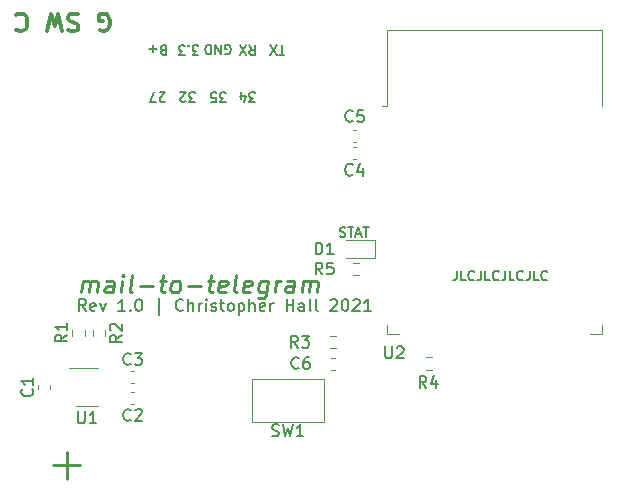
<source format=gbr>
%TF.GenerationSoftware,KiCad,Pcbnew,5.1.10*%
%TF.CreationDate,2021-06-08T01:23:06+10:00*%
%TF.ProjectId,mail-to-telegram,6d61696c-2d74-46f2-9d74-656c65677261,v1.0*%
%TF.SameCoordinates,Original*%
%TF.FileFunction,Legend,Top*%
%TF.FilePolarity,Positive*%
%FSLAX46Y46*%
G04 Gerber Fmt 4.6, Leading zero omitted, Abs format (unit mm)*
G04 Created by KiCad (PCBNEW 5.1.10) date 2021-06-08 01:23:06*
%MOMM*%
%LPD*%
G01*
G04 APERTURE LIST*
%ADD10C,0.150000*%
%ADD11C,0.250000*%
%ADD12C,0.300000*%
%ADD13C,0.120000*%
G04 APERTURE END LIST*
D10*
X159304761Y-96061904D02*
X159304761Y-96633333D01*
X159266666Y-96747619D01*
X159190476Y-96823809D01*
X159076190Y-96861904D01*
X159000000Y-96861904D01*
X160066666Y-96861904D02*
X159685714Y-96861904D01*
X159685714Y-96061904D01*
X160790476Y-96785714D02*
X160752380Y-96823809D01*
X160638095Y-96861904D01*
X160561904Y-96861904D01*
X160447619Y-96823809D01*
X160371428Y-96747619D01*
X160333333Y-96671428D01*
X160295238Y-96519047D01*
X160295238Y-96404761D01*
X160333333Y-96252380D01*
X160371428Y-96176190D01*
X160447619Y-96100000D01*
X160561904Y-96061904D01*
X160638095Y-96061904D01*
X160752380Y-96100000D01*
X160790476Y-96138095D01*
X161361904Y-96061904D02*
X161361904Y-96633333D01*
X161323809Y-96747619D01*
X161247619Y-96823809D01*
X161133333Y-96861904D01*
X161057142Y-96861904D01*
X162123809Y-96861904D02*
X161742857Y-96861904D01*
X161742857Y-96061904D01*
X162847619Y-96785714D02*
X162809523Y-96823809D01*
X162695238Y-96861904D01*
X162619047Y-96861904D01*
X162504761Y-96823809D01*
X162428571Y-96747619D01*
X162390476Y-96671428D01*
X162352380Y-96519047D01*
X162352380Y-96404761D01*
X162390476Y-96252380D01*
X162428571Y-96176190D01*
X162504761Y-96100000D01*
X162619047Y-96061904D01*
X162695238Y-96061904D01*
X162809523Y-96100000D01*
X162847619Y-96138095D01*
X163419047Y-96061904D02*
X163419047Y-96633333D01*
X163380952Y-96747619D01*
X163304761Y-96823809D01*
X163190476Y-96861904D01*
X163114285Y-96861904D01*
X164180952Y-96861904D02*
X163800000Y-96861904D01*
X163800000Y-96061904D01*
X164904761Y-96785714D02*
X164866666Y-96823809D01*
X164752380Y-96861904D01*
X164676190Y-96861904D01*
X164561904Y-96823809D01*
X164485714Y-96747619D01*
X164447619Y-96671428D01*
X164409523Y-96519047D01*
X164409523Y-96404761D01*
X164447619Y-96252380D01*
X164485714Y-96176190D01*
X164561904Y-96100000D01*
X164676190Y-96061904D01*
X164752380Y-96061904D01*
X164866666Y-96100000D01*
X164904761Y-96138095D01*
X165476190Y-96061904D02*
X165476190Y-96633333D01*
X165438095Y-96747619D01*
X165361904Y-96823809D01*
X165247619Y-96861904D01*
X165171428Y-96861904D01*
X166238095Y-96861904D02*
X165857142Y-96861904D01*
X165857142Y-96061904D01*
X166961904Y-96785714D02*
X166923809Y-96823809D01*
X166809523Y-96861904D01*
X166733333Y-96861904D01*
X166619047Y-96823809D01*
X166542857Y-96747619D01*
X166504761Y-96671428D01*
X166466666Y-96519047D01*
X166466666Y-96404761D01*
X166504761Y-96252380D01*
X166542857Y-96176190D01*
X166619047Y-96100000D01*
X166733333Y-96061904D01*
X166809523Y-96061904D01*
X166923809Y-96100000D01*
X166961904Y-96138095D01*
X127907023Y-99452380D02*
X127573690Y-98976190D01*
X127335595Y-99452380D02*
X127335595Y-98452380D01*
X127716547Y-98452380D01*
X127811785Y-98500000D01*
X127859404Y-98547619D01*
X127907023Y-98642857D01*
X127907023Y-98785714D01*
X127859404Y-98880952D01*
X127811785Y-98928571D01*
X127716547Y-98976190D01*
X127335595Y-98976190D01*
X128716547Y-99404761D02*
X128621309Y-99452380D01*
X128430833Y-99452380D01*
X128335595Y-99404761D01*
X128287976Y-99309523D01*
X128287976Y-98928571D01*
X128335595Y-98833333D01*
X128430833Y-98785714D01*
X128621309Y-98785714D01*
X128716547Y-98833333D01*
X128764166Y-98928571D01*
X128764166Y-99023809D01*
X128287976Y-99119047D01*
X129097500Y-98785714D02*
X129335595Y-99452380D01*
X129573690Y-98785714D01*
X131240357Y-99452380D02*
X130668928Y-99452380D01*
X130954642Y-99452380D02*
X130954642Y-98452380D01*
X130859404Y-98595238D01*
X130764166Y-98690476D01*
X130668928Y-98738095D01*
X131668928Y-99357142D02*
X131716547Y-99404761D01*
X131668928Y-99452380D01*
X131621309Y-99404761D01*
X131668928Y-99357142D01*
X131668928Y-99452380D01*
X132335595Y-98452380D02*
X132430833Y-98452380D01*
X132526071Y-98500000D01*
X132573690Y-98547619D01*
X132621309Y-98642857D01*
X132668928Y-98833333D01*
X132668928Y-99071428D01*
X132621309Y-99261904D01*
X132573690Y-99357142D01*
X132526071Y-99404761D01*
X132430833Y-99452380D01*
X132335595Y-99452380D01*
X132240357Y-99404761D01*
X132192738Y-99357142D01*
X132145119Y-99261904D01*
X132097500Y-99071428D01*
X132097500Y-98833333D01*
X132145119Y-98642857D01*
X132192738Y-98547619D01*
X132240357Y-98500000D01*
X132335595Y-98452380D01*
X134097500Y-99785714D02*
X134097500Y-98357142D01*
X136145119Y-99357142D02*
X136097500Y-99404761D01*
X135954642Y-99452380D01*
X135859404Y-99452380D01*
X135716547Y-99404761D01*
X135621309Y-99309523D01*
X135573690Y-99214285D01*
X135526071Y-99023809D01*
X135526071Y-98880952D01*
X135573690Y-98690476D01*
X135621309Y-98595238D01*
X135716547Y-98500000D01*
X135859404Y-98452380D01*
X135954642Y-98452380D01*
X136097500Y-98500000D01*
X136145119Y-98547619D01*
X136573690Y-99452380D02*
X136573690Y-98452380D01*
X137002261Y-99452380D02*
X137002261Y-98928571D01*
X136954642Y-98833333D01*
X136859404Y-98785714D01*
X136716547Y-98785714D01*
X136621309Y-98833333D01*
X136573690Y-98880952D01*
X137478452Y-99452380D02*
X137478452Y-98785714D01*
X137478452Y-98976190D02*
X137526071Y-98880952D01*
X137573690Y-98833333D01*
X137668928Y-98785714D01*
X137764166Y-98785714D01*
X138097500Y-99452380D02*
X138097500Y-98785714D01*
X138097500Y-98452380D02*
X138049880Y-98500000D01*
X138097500Y-98547619D01*
X138145119Y-98500000D01*
X138097500Y-98452380D01*
X138097500Y-98547619D01*
X138526071Y-99404761D02*
X138621309Y-99452380D01*
X138811785Y-99452380D01*
X138907023Y-99404761D01*
X138954642Y-99309523D01*
X138954642Y-99261904D01*
X138907023Y-99166666D01*
X138811785Y-99119047D01*
X138668928Y-99119047D01*
X138573690Y-99071428D01*
X138526071Y-98976190D01*
X138526071Y-98928571D01*
X138573690Y-98833333D01*
X138668928Y-98785714D01*
X138811785Y-98785714D01*
X138907023Y-98833333D01*
X139240357Y-98785714D02*
X139621309Y-98785714D01*
X139383214Y-98452380D02*
X139383214Y-99309523D01*
X139430833Y-99404761D01*
X139526071Y-99452380D01*
X139621309Y-99452380D01*
X140097500Y-99452380D02*
X140002261Y-99404761D01*
X139954642Y-99357142D01*
X139907023Y-99261904D01*
X139907023Y-98976190D01*
X139954642Y-98880952D01*
X140002261Y-98833333D01*
X140097500Y-98785714D01*
X140240357Y-98785714D01*
X140335595Y-98833333D01*
X140383214Y-98880952D01*
X140430833Y-98976190D01*
X140430833Y-99261904D01*
X140383214Y-99357142D01*
X140335595Y-99404761D01*
X140240357Y-99452380D01*
X140097500Y-99452380D01*
X140859404Y-98785714D02*
X140859404Y-99785714D01*
X140859404Y-98833333D02*
X140954642Y-98785714D01*
X141145119Y-98785714D01*
X141240357Y-98833333D01*
X141287976Y-98880952D01*
X141335595Y-98976190D01*
X141335595Y-99261904D01*
X141287976Y-99357142D01*
X141240357Y-99404761D01*
X141145119Y-99452380D01*
X140954642Y-99452380D01*
X140859404Y-99404761D01*
X141764166Y-99452380D02*
X141764166Y-98452380D01*
X142192738Y-99452380D02*
X142192738Y-98928571D01*
X142145119Y-98833333D01*
X142049880Y-98785714D01*
X141907023Y-98785714D01*
X141811785Y-98833333D01*
X141764166Y-98880952D01*
X143049880Y-99404761D02*
X142954642Y-99452380D01*
X142764166Y-99452380D01*
X142668928Y-99404761D01*
X142621309Y-99309523D01*
X142621309Y-98928571D01*
X142668928Y-98833333D01*
X142764166Y-98785714D01*
X142954642Y-98785714D01*
X143049880Y-98833333D01*
X143097500Y-98928571D01*
X143097500Y-99023809D01*
X142621309Y-99119047D01*
X143526071Y-99452380D02*
X143526071Y-98785714D01*
X143526071Y-98976190D02*
X143573690Y-98880952D01*
X143621309Y-98833333D01*
X143716547Y-98785714D01*
X143811785Y-98785714D01*
X144907023Y-99452380D02*
X144907023Y-98452380D01*
X144907023Y-98928571D02*
X145478452Y-98928571D01*
X145478452Y-99452380D02*
X145478452Y-98452380D01*
X146383214Y-99452380D02*
X146383214Y-98928571D01*
X146335595Y-98833333D01*
X146240357Y-98785714D01*
X146049880Y-98785714D01*
X145954642Y-98833333D01*
X146383214Y-99404761D02*
X146287976Y-99452380D01*
X146049880Y-99452380D01*
X145954642Y-99404761D01*
X145907023Y-99309523D01*
X145907023Y-99214285D01*
X145954642Y-99119047D01*
X146049880Y-99071428D01*
X146287976Y-99071428D01*
X146383214Y-99023809D01*
X147002261Y-99452380D02*
X146907023Y-99404761D01*
X146859404Y-99309523D01*
X146859404Y-98452380D01*
X147526071Y-99452380D02*
X147430833Y-99404761D01*
X147383214Y-99309523D01*
X147383214Y-98452380D01*
X148621309Y-98547619D02*
X148668928Y-98500000D01*
X148764166Y-98452380D01*
X149002261Y-98452380D01*
X149097500Y-98500000D01*
X149145119Y-98547619D01*
X149192738Y-98642857D01*
X149192738Y-98738095D01*
X149145119Y-98880952D01*
X148573690Y-99452380D01*
X149192738Y-99452380D01*
X149811785Y-98452380D02*
X149907023Y-98452380D01*
X150002261Y-98500000D01*
X150049880Y-98547619D01*
X150097500Y-98642857D01*
X150145119Y-98833333D01*
X150145119Y-99071428D01*
X150097500Y-99261904D01*
X150049880Y-99357142D01*
X150002261Y-99404761D01*
X149907023Y-99452380D01*
X149811785Y-99452380D01*
X149716547Y-99404761D01*
X149668928Y-99357142D01*
X149621309Y-99261904D01*
X149573690Y-99071428D01*
X149573690Y-98833333D01*
X149621309Y-98642857D01*
X149668928Y-98547619D01*
X149716547Y-98500000D01*
X149811785Y-98452380D01*
X150526071Y-98547619D02*
X150573690Y-98500000D01*
X150668928Y-98452380D01*
X150907023Y-98452380D01*
X151002261Y-98500000D01*
X151049880Y-98547619D01*
X151097500Y-98642857D01*
X151097500Y-98738095D01*
X151049880Y-98880952D01*
X150478452Y-99452380D01*
X151097500Y-99452380D01*
X152049880Y-99452380D02*
X151478452Y-99452380D01*
X151764166Y-99452380D02*
X151764166Y-98452380D01*
X151668928Y-98595238D01*
X151573690Y-98690476D01*
X151478452Y-98738095D01*
X149419047Y-93123809D02*
X149533333Y-93161904D01*
X149723809Y-93161904D01*
X149800000Y-93123809D01*
X149838095Y-93085714D01*
X149876190Y-93009523D01*
X149876190Y-92933333D01*
X149838095Y-92857142D01*
X149800000Y-92819047D01*
X149723809Y-92780952D01*
X149571428Y-92742857D01*
X149495238Y-92704761D01*
X149457142Y-92666666D01*
X149419047Y-92590476D01*
X149419047Y-92514285D01*
X149457142Y-92438095D01*
X149495238Y-92400000D01*
X149571428Y-92361904D01*
X149761904Y-92361904D01*
X149876190Y-92400000D01*
X150104761Y-92361904D02*
X150561904Y-92361904D01*
X150333333Y-93161904D02*
X150333333Y-92361904D01*
X150790476Y-92933333D02*
X151171428Y-92933333D01*
X150714285Y-93161904D02*
X150980952Y-92361904D01*
X151247619Y-93161904D01*
X151400000Y-92361904D02*
X151857142Y-92361904D01*
X151628571Y-93161904D02*
X151628571Y-92361904D01*
X142247619Y-81738095D02*
X141752380Y-81738095D01*
X142019047Y-81433333D01*
X141904761Y-81433333D01*
X141828571Y-81395238D01*
X141790476Y-81357142D01*
X141752380Y-81280952D01*
X141752380Y-81090476D01*
X141790476Y-81014285D01*
X141828571Y-80976190D01*
X141904761Y-80938095D01*
X142133333Y-80938095D01*
X142209523Y-80976190D01*
X142247619Y-81014285D01*
X141066666Y-81471428D02*
X141066666Y-80938095D01*
X141257142Y-81776190D02*
X141447619Y-81204761D01*
X140952380Y-81204761D01*
X139747619Y-81738095D02*
X139252380Y-81738095D01*
X139519047Y-81433333D01*
X139404761Y-81433333D01*
X139328571Y-81395238D01*
X139290476Y-81357142D01*
X139252380Y-81280952D01*
X139252380Y-81090476D01*
X139290476Y-81014285D01*
X139328571Y-80976190D01*
X139404761Y-80938095D01*
X139633333Y-80938095D01*
X139709523Y-80976190D01*
X139747619Y-81014285D01*
X138528571Y-81738095D02*
X138909523Y-81738095D01*
X138947619Y-81357142D01*
X138909523Y-81395238D01*
X138833333Y-81433333D01*
X138642857Y-81433333D01*
X138566666Y-81395238D01*
X138528571Y-81357142D01*
X138490476Y-81280952D01*
X138490476Y-81090476D01*
X138528571Y-81014285D01*
X138566666Y-80976190D01*
X138642857Y-80938095D01*
X138833333Y-80938095D01*
X138909523Y-80976190D01*
X138947619Y-81014285D01*
X137147619Y-81738095D02*
X136652380Y-81738095D01*
X136919047Y-81433333D01*
X136804761Y-81433333D01*
X136728571Y-81395238D01*
X136690476Y-81357142D01*
X136652380Y-81280952D01*
X136652380Y-81090476D01*
X136690476Y-81014285D01*
X136728571Y-80976190D01*
X136804761Y-80938095D01*
X137033333Y-80938095D01*
X137109523Y-80976190D01*
X137147619Y-81014285D01*
X136347619Y-81661904D02*
X136309523Y-81700000D01*
X136233333Y-81738095D01*
X136042857Y-81738095D01*
X135966666Y-81700000D01*
X135928571Y-81661904D01*
X135890476Y-81585714D01*
X135890476Y-81509523D01*
X135928571Y-81395238D01*
X136385714Y-80938095D01*
X135890476Y-80938095D01*
X134609523Y-81661904D02*
X134571428Y-81700000D01*
X134495238Y-81738095D01*
X134304761Y-81738095D01*
X134228571Y-81700000D01*
X134190476Y-81661904D01*
X134152380Y-81585714D01*
X134152380Y-81509523D01*
X134190476Y-81395238D01*
X134647619Y-80938095D01*
X134152380Y-80938095D01*
X133885714Y-81738095D02*
X133352380Y-81738095D01*
X133695238Y-80938095D01*
X144709523Y-77738095D02*
X144252380Y-77738095D01*
X144480952Y-76938095D02*
X144480952Y-77738095D01*
X144061904Y-77738095D02*
X143528571Y-76938095D01*
X143528571Y-77738095D02*
X144061904Y-76938095D01*
X141733333Y-76938095D02*
X142000000Y-77319047D01*
X142190476Y-76938095D02*
X142190476Y-77738095D01*
X141885714Y-77738095D01*
X141809523Y-77700000D01*
X141771428Y-77661904D01*
X141733333Y-77585714D01*
X141733333Y-77471428D01*
X141771428Y-77395238D01*
X141809523Y-77357142D01*
X141885714Y-77319047D01*
X142190476Y-77319047D01*
X141466666Y-77738095D02*
X140933333Y-76938095D01*
X140933333Y-77738095D02*
X141466666Y-76938095D01*
X139709523Y-77650000D02*
X139785714Y-77688095D01*
X139900000Y-77688095D01*
X140014285Y-77650000D01*
X140090476Y-77573809D01*
X140128571Y-77497619D01*
X140166666Y-77345238D01*
X140166666Y-77230952D01*
X140128571Y-77078571D01*
X140090476Y-77002380D01*
X140014285Y-76926190D01*
X139900000Y-76888095D01*
X139823809Y-76888095D01*
X139709523Y-76926190D01*
X139671428Y-76964285D01*
X139671428Y-77230952D01*
X139823809Y-77230952D01*
X139328571Y-76888095D02*
X139328571Y-77688095D01*
X138871428Y-76888095D01*
X138871428Y-77688095D01*
X138490476Y-76888095D02*
X138490476Y-77688095D01*
X138300000Y-77688095D01*
X138185714Y-77650000D01*
X138109523Y-77573809D01*
X138071428Y-77497619D01*
X138033333Y-77345238D01*
X138033333Y-77230952D01*
X138071428Y-77078571D01*
X138109523Y-77002380D01*
X138185714Y-76926190D01*
X138300000Y-76888095D01*
X138490476Y-76888095D01*
X137438095Y-77738095D02*
X136942857Y-77738095D01*
X137209523Y-77433333D01*
X137095238Y-77433333D01*
X137019047Y-77395238D01*
X136980952Y-77357142D01*
X136942857Y-77280952D01*
X136942857Y-77090476D01*
X136980952Y-77014285D01*
X137019047Y-76976190D01*
X137095238Y-76938095D01*
X137323809Y-76938095D01*
X137400000Y-76976190D01*
X137438095Y-77014285D01*
X136600000Y-77014285D02*
X136561904Y-76976190D01*
X136600000Y-76938095D01*
X136638095Y-76976190D01*
X136600000Y-77014285D01*
X136600000Y-76938095D01*
X136295238Y-77738095D02*
X135800000Y-77738095D01*
X136066666Y-77433333D01*
X135952380Y-77433333D01*
X135876190Y-77395238D01*
X135838095Y-77357142D01*
X135800000Y-77280952D01*
X135800000Y-77090476D01*
X135838095Y-77014285D01*
X135876190Y-76976190D01*
X135952380Y-76938095D01*
X136180952Y-76938095D01*
X136257142Y-76976190D01*
X136295238Y-77014285D01*
X134438095Y-77357142D02*
X134323809Y-77319047D01*
X134285714Y-77280952D01*
X134247619Y-77204761D01*
X134247619Y-77090476D01*
X134285714Y-77014285D01*
X134323809Y-76976190D01*
X134400000Y-76938095D01*
X134704761Y-76938095D01*
X134704761Y-77738095D01*
X134438095Y-77738095D01*
X134361904Y-77700000D01*
X134323809Y-77661904D01*
X134285714Y-77585714D01*
X134285714Y-77509523D01*
X134323809Y-77433333D01*
X134361904Y-77395238D01*
X134438095Y-77357142D01*
X134704761Y-77357142D01*
X133904761Y-77242857D02*
X133295238Y-77242857D01*
X133600000Y-76938095D02*
X133600000Y-77547619D01*
D11*
X125157142Y-112514285D02*
X127442857Y-112514285D01*
X126300000Y-113657142D02*
X126300000Y-111371428D01*
X127528571Y-97878571D02*
X127653571Y-96878571D01*
X127635714Y-97021428D02*
X127716071Y-96950000D01*
X127867857Y-96878571D01*
X128082142Y-96878571D01*
X128216071Y-96950000D01*
X128269642Y-97092857D01*
X128171428Y-97878571D01*
X128269642Y-97092857D02*
X128358928Y-96950000D01*
X128510714Y-96878571D01*
X128725000Y-96878571D01*
X128858928Y-96950000D01*
X128912500Y-97092857D01*
X128814285Y-97878571D01*
X130171428Y-97878571D02*
X130269642Y-97092857D01*
X130216071Y-96950000D01*
X130082142Y-96878571D01*
X129796428Y-96878571D01*
X129644642Y-96950000D01*
X130180357Y-97807142D02*
X130028571Y-97878571D01*
X129671428Y-97878571D01*
X129537500Y-97807142D01*
X129483928Y-97664285D01*
X129501785Y-97521428D01*
X129591071Y-97378571D01*
X129742857Y-97307142D01*
X130100000Y-97307142D01*
X130251785Y-97235714D01*
X130885714Y-97878571D02*
X131010714Y-96878571D01*
X131073214Y-96378571D02*
X130992857Y-96450000D01*
X131055357Y-96521428D01*
X131135714Y-96450000D01*
X131073214Y-96378571D01*
X131055357Y-96521428D01*
X131814285Y-97878571D02*
X131680357Y-97807142D01*
X131626785Y-97664285D01*
X131787500Y-96378571D01*
X132457142Y-97307142D02*
X133600000Y-97307142D01*
X134153571Y-96878571D02*
X134725000Y-96878571D01*
X134430357Y-96378571D02*
X134269642Y-97664285D01*
X134323214Y-97807142D01*
X134457142Y-97878571D01*
X134600000Y-97878571D01*
X135314285Y-97878571D02*
X135180357Y-97807142D01*
X135117857Y-97735714D01*
X135064285Y-97592857D01*
X135117857Y-97164285D01*
X135207142Y-97021428D01*
X135287500Y-96950000D01*
X135439285Y-96878571D01*
X135653571Y-96878571D01*
X135787500Y-96950000D01*
X135850000Y-97021428D01*
X135903571Y-97164285D01*
X135850000Y-97592857D01*
X135760714Y-97735714D01*
X135680357Y-97807142D01*
X135528571Y-97878571D01*
X135314285Y-97878571D01*
X136528571Y-97307142D02*
X137671428Y-97307142D01*
X138225000Y-96878571D02*
X138796428Y-96878571D01*
X138501785Y-96378571D02*
X138341071Y-97664285D01*
X138394642Y-97807142D01*
X138528571Y-97878571D01*
X138671428Y-97878571D01*
X139751785Y-97807142D02*
X139600000Y-97878571D01*
X139314285Y-97878571D01*
X139180357Y-97807142D01*
X139126785Y-97664285D01*
X139198214Y-97092857D01*
X139287500Y-96950000D01*
X139439285Y-96878571D01*
X139725000Y-96878571D01*
X139858928Y-96950000D01*
X139912500Y-97092857D01*
X139894642Y-97235714D01*
X139162500Y-97378571D01*
X140671428Y-97878571D02*
X140537500Y-97807142D01*
X140483928Y-97664285D01*
X140644642Y-96378571D01*
X141823214Y-97807142D02*
X141671428Y-97878571D01*
X141385714Y-97878571D01*
X141251785Y-97807142D01*
X141198214Y-97664285D01*
X141269642Y-97092857D01*
X141358928Y-96950000D01*
X141510714Y-96878571D01*
X141796428Y-96878571D01*
X141930357Y-96950000D01*
X141983928Y-97092857D01*
X141966071Y-97235714D01*
X141233928Y-97378571D01*
X143296428Y-96878571D02*
X143144642Y-98092857D01*
X143055357Y-98235714D01*
X142975000Y-98307142D01*
X142823214Y-98378571D01*
X142608928Y-98378571D01*
X142475000Y-98307142D01*
X143180357Y-97807142D02*
X143028571Y-97878571D01*
X142742857Y-97878571D01*
X142608928Y-97807142D01*
X142546428Y-97735714D01*
X142492857Y-97592857D01*
X142546428Y-97164285D01*
X142635714Y-97021428D01*
X142716071Y-96950000D01*
X142867857Y-96878571D01*
X143153571Y-96878571D01*
X143287500Y-96950000D01*
X143885714Y-97878571D02*
X144010714Y-96878571D01*
X143975000Y-97164285D02*
X144064285Y-97021428D01*
X144144642Y-96950000D01*
X144296428Y-96878571D01*
X144439285Y-96878571D01*
X145457142Y-97878571D02*
X145555357Y-97092857D01*
X145501785Y-96950000D01*
X145367857Y-96878571D01*
X145082142Y-96878571D01*
X144930357Y-96950000D01*
X145466071Y-97807142D02*
X145314285Y-97878571D01*
X144957142Y-97878571D01*
X144823214Y-97807142D01*
X144769642Y-97664285D01*
X144787500Y-97521428D01*
X144876785Y-97378571D01*
X145028571Y-97307142D01*
X145385714Y-97307142D01*
X145537500Y-97235714D01*
X146171428Y-97878571D02*
X146296428Y-96878571D01*
X146278571Y-97021428D02*
X146358928Y-96950000D01*
X146510714Y-96878571D01*
X146725000Y-96878571D01*
X146858928Y-96950000D01*
X146912500Y-97092857D01*
X146814285Y-97878571D01*
X146912500Y-97092857D02*
X147001785Y-96950000D01*
X147153571Y-96878571D01*
X147367857Y-96878571D01*
X147501785Y-96950000D01*
X147555357Y-97092857D01*
X147457142Y-97878571D01*
D12*
X122035714Y-74414285D02*
X122107142Y-74342857D01*
X122321428Y-74271428D01*
X122464285Y-74271428D01*
X122678571Y-74342857D01*
X122821428Y-74485714D01*
X122892857Y-74628571D01*
X122964285Y-74914285D01*
X122964285Y-75128571D01*
X122892857Y-75414285D01*
X122821428Y-75557142D01*
X122678571Y-75700000D01*
X122464285Y-75771428D01*
X122321428Y-75771428D01*
X122107142Y-75700000D01*
X122035714Y-75628571D01*
X127285714Y-74342857D02*
X127071428Y-74271428D01*
X126714285Y-74271428D01*
X126571428Y-74342857D01*
X126500000Y-74414285D01*
X126428571Y-74557142D01*
X126428571Y-74700000D01*
X126500000Y-74842857D01*
X126571428Y-74914285D01*
X126714285Y-74985714D01*
X127000000Y-75057142D01*
X127142857Y-75128571D01*
X127214285Y-75200000D01*
X127285714Y-75342857D01*
X127285714Y-75485714D01*
X127214285Y-75628571D01*
X127142857Y-75700000D01*
X127000000Y-75771428D01*
X126642857Y-75771428D01*
X126428571Y-75700000D01*
X125928571Y-75771428D02*
X125571428Y-74271428D01*
X125285714Y-75342857D01*
X125000000Y-74271428D01*
X124642857Y-75771428D01*
X129107142Y-75700000D02*
X129250000Y-75771428D01*
X129464285Y-75771428D01*
X129678571Y-75700000D01*
X129821428Y-75557142D01*
X129892857Y-75414285D01*
X129964285Y-75128571D01*
X129964285Y-74914285D01*
X129892857Y-74628571D01*
X129821428Y-74485714D01*
X129678571Y-74342857D01*
X129464285Y-74271428D01*
X129321428Y-74271428D01*
X129107142Y-74342857D01*
X129035714Y-74414285D01*
X129035714Y-74914285D01*
X129321428Y-74914285D01*
D13*
%TO.C,R3*%
X149054724Y-101577500D02*
X148545276Y-101577500D01*
X149054724Y-102622500D02*
X148545276Y-102622500D01*
%TO.C,SW1*%
X148060000Y-105190000D02*
X148060000Y-108810000D01*
X141940000Y-105190000D02*
X148060000Y-105190000D01*
X141940000Y-108810000D02*
X141940000Y-105190000D01*
X148060000Y-108810000D02*
X141940000Y-108810000D01*
%TO.C,C6*%
X148983767Y-103390000D02*
X148691233Y-103390000D01*
X148983767Y-104410000D02*
X148691233Y-104410000D01*
%TO.C,U1*%
X128900000Y-104290000D02*
X126450000Y-104290000D01*
X127100000Y-107510000D02*
X128900000Y-107510000D01*
%TO.C,U2*%
X153380000Y-82055000D02*
X153000000Y-82055000D01*
X153380000Y-75635000D02*
X153380000Y-82055000D01*
X171620000Y-75635000D02*
X171620000Y-82055000D01*
X153380000Y-75635000D02*
X171620000Y-75635000D01*
X171620000Y-101380000D02*
X170620000Y-101380000D01*
X171620000Y-100600000D02*
X171620000Y-101380000D01*
X153380000Y-101380000D02*
X154380000Y-101380000D01*
X153380000Y-100600000D02*
X153380000Y-101380000D01*
%TO.C,R5*%
X150557776Y-96422500D02*
X151067224Y-96422500D01*
X150557776Y-95377500D02*
X151067224Y-95377500D01*
%TO.C,R4*%
X156732776Y-104422500D02*
X157242224Y-104422500D01*
X156732776Y-103377500D02*
X157242224Y-103377500D01*
%TO.C,R2*%
X128527500Y-101057776D02*
X128527500Y-101567224D01*
X129572500Y-101057776D02*
X129572500Y-101567224D01*
%TO.C,R1*%
X127822500Y-101542224D02*
X127822500Y-101032776D01*
X126777500Y-101542224D02*
X126777500Y-101032776D01*
%TO.C,D1*%
X152385000Y-93465000D02*
X149925000Y-93465000D01*
X152385000Y-94935000D02*
X152385000Y-93465000D01*
X149925000Y-94935000D02*
X152385000Y-94935000D01*
%TO.C,C5*%
X150808767Y-84090000D02*
X150516233Y-84090000D01*
X150808767Y-85110000D02*
X150516233Y-85110000D01*
%TO.C,C4*%
X150808767Y-85590000D02*
X150516233Y-85590000D01*
X150808767Y-86610000D02*
X150516233Y-86610000D01*
%TO.C,C3*%
X131716233Y-105510000D02*
X132008767Y-105510000D01*
X131716233Y-104490000D02*
X132008767Y-104490000D01*
%TO.C,C2*%
X131716233Y-107310000D02*
X132008767Y-107310000D01*
X131716233Y-106290000D02*
X132008767Y-106290000D01*
%TO.C,C1*%
X123890000Y-105741233D02*
X123890000Y-106033767D01*
X124910000Y-105741233D02*
X124910000Y-106033767D01*
%TO.C,*%
D10*
%TO.C,R3*%
X145845833Y-102552380D02*
X145512500Y-102076190D01*
X145274404Y-102552380D02*
X145274404Y-101552380D01*
X145655357Y-101552380D01*
X145750595Y-101600000D01*
X145798214Y-101647619D01*
X145845833Y-101742857D01*
X145845833Y-101885714D01*
X145798214Y-101980952D01*
X145750595Y-102028571D01*
X145655357Y-102076190D01*
X145274404Y-102076190D01*
X146179166Y-101552380D02*
X146798214Y-101552380D01*
X146464880Y-101933333D01*
X146607738Y-101933333D01*
X146702976Y-101980952D01*
X146750595Y-102028571D01*
X146798214Y-102123809D01*
X146798214Y-102361904D01*
X146750595Y-102457142D01*
X146702976Y-102504761D01*
X146607738Y-102552380D01*
X146322023Y-102552380D01*
X146226785Y-102504761D01*
X146179166Y-102457142D01*
%TO.C,SW1*%
X143666666Y-110004761D02*
X143809523Y-110052380D01*
X144047619Y-110052380D01*
X144142857Y-110004761D01*
X144190476Y-109957142D01*
X144238095Y-109861904D01*
X144238095Y-109766666D01*
X144190476Y-109671428D01*
X144142857Y-109623809D01*
X144047619Y-109576190D01*
X143857142Y-109528571D01*
X143761904Y-109480952D01*
X143714285Y-109433333D01*
X143666666Y-109338095D01*
X143666666Y-109242857D01*
X143714285Y-109147619D01*
X143761904Y-109100000D01*
X143857142Y-109052380D01*
X144095238Y-109052380D01*
X144238095Y-109100000D01*
X144571428Y-109052380D02*
X144809523Y-110052380D01*
X145000000Y-109338095D01*
X145190476Y-110052380D01*
X145428571Y-109052380D01*
X146333333Y-110052380D02*
X145761904Y-110052380D01*
X146047619Y-110052380D02*
X146047619Y-109052380D01*
X145952380Y-109195238D01*
X145857142Y-109290476D01*
X145761904Y-109338095D01*
%TO.C,C6*%
X145933333Y-104257142D02*
X145885714Y-104304761D01*
X145742857Y-104352380D01*
X145647619Y-104352380D01*
X145504761Y-104304761D01*
X145409523Y-104209523D01*
X145361904Y-104114285D01*
X145314285Y-103923809D01*
X145314285Y-103780952D01*
X145361904Y-103590476D01*
X145409523Y-103495238D01*
X145504761Y-103400000D01*
X145647619Y-103352380D01*
X145742857Y-103352380D01*
X145885714Y-103400000D01*
X145933333Y-103447619D01*
X146790476Y-103352380D02*
X146600000Y-103352380D01*
X146504761Y-103400000D01*
X146457142Y-103447619D01*
X146361904Y-103590476D01*
X146314285Y-103780952D01*
X146314285Y-104161904D01*
X146361904Y-104257142D01*
X146409523Y-104304761D01*
X146504761Y-104352380D01*
X146695238Y-104352380D01*
X146790476Y-104304761D01*
X146838095Y-104257142D01*
X146885714Y-104161904D01*
X146885714Y-103923809D01*
X146838095Y-103828571D01*
X146790476Y-103780952D01*
X146695238Y-103733333D01*
X146504761Y-103733333D01*
X146409523Y-103780952D01*
X146361904Y-103828571D01*
X146314285Y-103923809D01*
%TO.C,U1*%
X127238095Y-107952380D02*
X127238095Y-108761904D01*
X127285714Y-108857142D01*
X127333333Y-108904761D01*
X127428571Y-108952380D01*
X127619047Y-108952380D01*
X127714285Y-108904761D01*
X127761904Y-108857142D01*
X127809523Y-108761904D01*
X127809523Y-107952380D01*
X128809523Y-108952380D02*
X128238095Y-108952380D01*
X128523809Y-108952380D02*
X128523809Y-107952380D01*
X128428571Y-108095238D01*
X128333333Y-108190476D01*
X128238095Y-108238095D01*
%TO.C,U2*%
X153238095Y-102452380D02*
X153238095Y-103261904D01*
X153285714Y-103357142D01*
X153333333Y-103404761D01*
X153428571Y-103452380D01*
X153619047Y-103452380D01*
X153714285Y-103404761D01*
X153761904Y-103357142D01*
X153809523Y-103261904D01*
X153809523Y-102452380D01*
X154238095Y-102547619D02*
X154285714Y-102500000D01*
X154380952Y-102452380D01*
X154619047Y-102452380D01*
X154714285Y-102500000D01*
X154761904Y-102547619D01*
X154809523Y-102642857D01*
X154809523Y-102738095D01*
X154761904Y-102880952D01*
X154190476Y-103452380D01*
X154809523Y-103452380D01*
%TO.C,R5*%
X147933333Y-96352380D02*
X147600000Y-95876190D01*
X147361904Y-96352380D02*
X147361904Y-95352380D01*
X147742857Y-95352380D01*
X147838095Y-95400000D01*
X147885714Y-95447619D01*
X147933333Y-95542857D01*
X147933333Y-95685714D01*
X147885714Y-95780952D01*
X147838095Y-95828571D01*
X147742857Y-95876190D01*
X147361904Y-95876190D01*
X148838095Y-95352380D02*
X148361904Y-95352380D01*
X148314285Y-95828571D01*
X148361904Y-95780952D01*
X148457142Y-95733333D01*
X148695238Y-95733333D01*
X148790476Y-95780952D01*
X148838095Y-95828571D01*
X148885714Y-95923809D01*
X148885714Y-96161904D01*
X148838095Y-96257142D01*
X148790476Y-96304761D01*
X148695238Y-96352380D01*
X148457142Y-96352380D01*
X148361904Y-96304761D01*
X148314285Y-96257142D01*
%TO.C,R4*%
X156733333Y-105952380D02*
X156400000Y-105476190D01*
X156161904Y-105952380D02*
X156161904Y-104952380D01*
X156542857Y-104952380D01*
X156638095Y-105000000D01*
X156685714Y-105047619D01*
X156733333Y-105142857D01*
X156733333Y-105285714D01*
X156685714Y-105380952D01*
X156638095Y-105428571D01*
X156542857Y-105476190D01*
X156161904Y-105476190D01*
X157590476Y-105285714D02*
X157590476Y-105952380D01*
X157352380Y-104904761D02*
X157114285Y-105619047D01*
X157733333Y-105619047D01*
%TO.C,R2*%
X130932380Y-101479166D02*
X130456190Y-101812500D01*
X130932380Y-102050595D02*
X129932380Y-102050595D01*
X129932380Y-101669642D01*
X129980000Y-101574404D01*
X130027619Y-101526785D01*
X130122857Y-101479166D01*
X130265714Y-101479166D01*
X130360952Y-101526785D01*
X130408571Y-101574404D01*
X130456190Y-101669642D01*
X130456190Y-102050595D01*
X130027619Y-101098214D02*
X129980000Y-101050595D01*
X129932380Y-100955357D01*
X129932380Y-100717261D01*
X129980000Y-100622023D01*
X130027619Y-100574404D01*
X130122857Y-100526785D01*
X130218095Y-100526785D01*
X130360952Y-100574404D01*
X130932380Y-101145833D01*
X130932380Y-100526785D01*
%TO.C,R1*%
X126322380Y-101454166D02*
X125846190Y-101787500D01*
X126322380Y-102025595D02*
X125322380Y-102025595D01*
X125322380Y-101644642D01*
X125370000Y-101549404D01*
X125417619Y-101501785D01*
X125512857Y-101454166D01*
X125655714Y-101454166D01*
X125750952Y-101501785D01*
X125798571Y-101549404D01*
X125846190Y-101644642D01*
X125846190Y-102025595D01*
X126322380Y-100501785D02*
X126322380Y-101073214D01*
X126322380Y-100787500D02*
X125322380Y-100787500D01*
X125465238Y-100882738D01*
X125560476Y-100977976D01*
X125608095Y-101073214D01*
%TO.C,D1*%
X147361904Y-94652380D02*
X147361904Y-93652380D01*
X147600000Y-93652380D01*
X147742857Y-93700000D01*
X147838095Y-93795238D01*
X147885714Y-93890476D01*
X147933333Y-94080952D01*
X147933333Y-94223809D01*
X147885714Y-94414285D01*
X147838095Y-94509523D01*
X147742857Y-94604761D01*
X147600000Y-94652380D01*
X147361904Y-94652380D01*
X148885714Y-94652380D02*
X148314285Y-94652380D01*
X148600000Y-94652380D02*
X148600000Y-93652380D01*
X148504761Y-93795238D01*
X148409523Y-93890476D01*
X148314285Y-93938095D01*
%TO.C,C5*%
X150495833Y-83357142D02*
X150448214Y-83404761D01*
X150305357Y-83452380D01*
X150210119Y-83452380D01*
X150067261Y-83404761D01*
X149972023Y-83309523D01*
X149924404Y-83214285D01*
X149876785Y-83023809D01*
X149876785Y-82880952D01*
X149924404Y-82690476D01*
X149972023Y-82595238D01*
X150067261Y-82500000D01*
X150210119Y-82452380D01*
X150305357Y-82452380D01*
X150448214Y-82500000D01*
X150495833Y-82547619D01*
X151400595Y-82452380D02*
X150924404Y-82452380D01*
X150876785Y-82928571D01*
X150924404Y-82880952D01*
X151019642Y-82833333D01*
X151257738Y-82833333D01*
X151352976Y-82880952D01*
X151400595Y-82928571D01*
X151448214Y-83023809D01*
X151448214Y-83261904D01*
X151400595Y-83357142D01*
X151352976Y-83404761D01*
X151257738Y-83452380D01*
X151019642Y-83452380D01*
X150924404Y-83404761D01*
X150876785Y-83357142D01*
%TO.C,C4*%
X150495833Y-87887142D02*
X150448214Y-87934761D01*
X150305357Y-87982380D01*
X150210119Y-87982380D01*
X150067261Y-87934761D01*
X149972023Y-87839523D01*
X149924404Y-87744285D01*
X149876785Y-87553809D01*
X149876785Y-87410952D01*
X149924404Y-87220476D01*
X149972023Y-87125238D01*
X150067261Y-87030000D01*
X150210119Y-86982380D01*
X150305357Y-86982380D01*
X150448214Y-87030000D01*
X150495833Y-87077619D01*
X151352976Y-87315714D02*
X151352976Y-87982380D01*
X151114880Y-86934761D02*
X150876785Y-87649047D01*
X151495833Y-87649047D01*
%TO.C,C3*%
X131695833Y-103927142D02*
X131648214Y-103974761D01*
X131505357Y-104022380D01*
X131410119Y-104022380D01*
X131267261Y-103974761D01*
X131172023Y-103879523D01*
X131124404Y-103784285D01*
X131076785Y-103593809D01*
X131076785Y-103450952D01*
X131124404Y-103260476D01*
X131172023Y-103165238D01*
X131267261Y-103070000D01*
X131410119Y-103022380D01*
X131505357Y-103022380D01*
X131648214Y-103070000D01*
X131695833Y-103117619D01*
X132029166Y-103022380D02*
X132648214Y-103022380D01*
X132314880Y-103403333D01*
X132457738Y-103403333D01*
X132552976Y-103450952D01*
X132600595Y-103498571D01*
X132648214Y-103593809D01*
X132648214Y-103831904D01*
X132600595Y-103927142D01*
X132552976Y-103974761D01*
X132457738Y-104022380D01*
X132172023Y-104022380D01*
X132076785Y-103974761D01*
X132029166Y-103927142D01*
%TO.C,C2*%
X131695833Y-108657142D02*
X131648214Y-108704761D01*
X131505357Y-108752380D01*
X131410119Y-108752380D01*
X131267261Y-108704761D01*
X131172023Y-108609523D01*
X131124404Y-108514285D01*
X131076785Y-108323809D01*
X131076785Y-108180952D01*
X131124404Y-107990476D01*
X131172023Y-107895238D01*
X131267261Y-107800000D01*
X131410119Y-107752380D01*
X131505357Y-107752380D01*
X131648214Y-107800000D01*
X131695833Y-107847619D01*
X132076785Y-107847619D02*
X132124404Y-107800000D01*
X132219642Y-107752380D01*
X132457738Y-107752380D01*
X132552976Y-107800000D01*
X132600595Y-107847619D01*
X132648214Y-107942857D01*
X132648214Y-108038095D01*
X132600595Y-108180952D01*
X132029166Y-108752380D01*
X132648214Y-108752380D01*
%TO.C,C1*%
X123357142Y-106066666D02*
X123404761Y-106114285D01*
X123452380Y-106257142D01*
X123452380Y-106352380D01*
X123404761Y-106495238D01*
X123309523Y-106590476D01*
X123214285Y-106638095D01*
X123023809Y-106685714D01*
X122880952Y-106685714D01*
X122690476Y-106638095D01*
X122595238Y-106590476D01*
X122500000Y-106495238D01*
X122452380Y-106352380D01*
X122452380Y-106257142D01*
X122500000Y-106114285D01*
X122547619Y-106066666D01*
X123452380Y-105114285D02*
X123452380Y-105685714D01*
X123452380Y-105400000D02*
X122452380Y-105400000D01*
X122595238Y-105495238D01*
X122690476Y-105590476D01*
X122738095Y-105685714D01*
%TD*%
M02*

</source>
